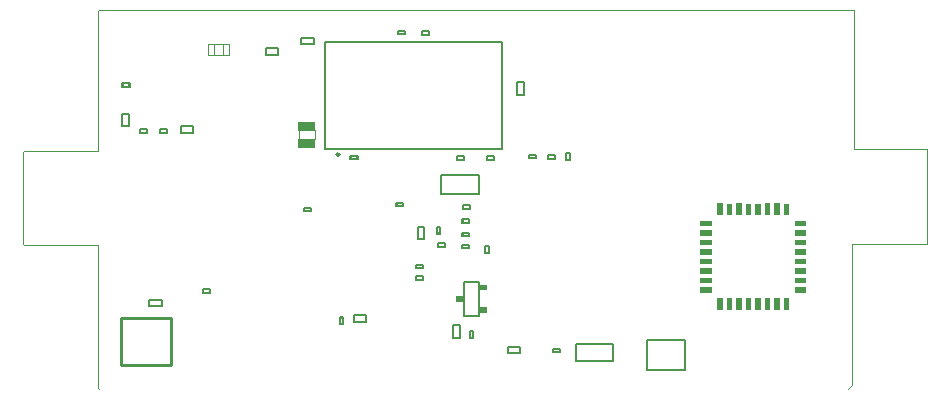
<source format=gbp>
G04 Layer_Color=128*
%FSLAX24Y24*%
%MOIN*%
G70*
G01*
G75*
%ADD40C,0.0060*%
%ADD41C,0.0100*%
%ADD45C,0.0080*%
%ADD46C,0.0094*%
%ADD47C,0.0050*%
%ADD48C,0.0040*%
%ADD49C,0.0010*%
%ADD50C,0.0000*%
G36*
X-14311Y4081D02*
X-14351D01*
Y4160D01*
X-14311D01*
Y4081D01*
D02*
G37*
G36*
X-14509D02*
X-14548D01*
Y4160D01*
X-14509D01*
Y4081D01*
D02*
G37*
G36*
X-4690Y4193D02*
X-5084D01*
Y4372D01*
X-4690D01*
Y4193D01*
D02*
G37*
G36*
Y4507D02*
X-5084D01*
Y4688D01*
X-4690D01*
Y4507D01*
D02*
G37*
G36*
X-1540Y4193D02*
X-1929D01*
Y4372D01*
X-1540D01*
Y4193D01*
D02*
G37*
G36*
X-14519Y3701D02*
X-14558D01*
Y3780D01*
X-14519D01*
Y3701D01*
D02*
G37*
G36*
X-1540Y3563D02*
X-1927D01*
Y3741D01*
X-1540D01*
Y3563D01*
D02*
G37*
G36*
X-14321Y3701D02*
X-14361D01*
Y3780D01*
X-14321D01*
Y3701D01*
D02*
G37*
G36*
X-1540Y3878D02*
X-1926D01*
Y4057D01*
X-1540D01*
Y3878D01*
D02*
G37*
G36*
X-4690D02*
X-5084D01*
Y4057D01*
X-4690D01*
Y3878D01*
D02*
G37*
G36*
X-1540Y4507D02*
X-1925D01*
Y4688D01*
X-1540D01*
Y4507D01*
D02*
G37*
G36*
X-4690Y4822D02*
X-5085D01*
Y5004D01*
X-4690D01*
Y4822D01*
D02*
G37*
G36*
X-13582Y4790D02*
X-13621D01*
Y4869D01*
X-13582D01*
Y4790D01*
D02*
G37*
G36*
X-1540Y4822D02*
X-1929D01*
Y5003D01*
X-1540D01*
Y4822D01*
D02*
G37*
G36*
Y5137D02*
X-1927D01*
Y5319D01*
X-1540D01*
Y5137D01*
D02*
G37*
G36*
X-4690D02*
X-5083D01*
Y5318D01*
X-4690D01*
Y5137D01*
D02*
G37*
G36*
X-12989Y4741D02*
X-13028D01*
Y4820D01*
X-12989D01*
Y4741D01*
D02*
G37*
G36*
X-12141Y4552D02*
X-12220D01*
Y4591D01*
X-12141D01*
Y4552D01*
D02*
G37*
G36*
X-12791Y4741D02*
X-12831D01*
Y4820D01*
X-12791D01*
Y4741D01*
D02*
G37*
G36*
X-13779Y4790D02*
X-13819D01*
Y4869D01*
X-13779D01*
Y4790D01*
D02*
G37*
G36*
X-12141Y4749D02*
X-12220D01*
Y4789D01*
X-12141D01*
Y4749D01*
D02*
G37*
G36*
X-4690Y3563D02*
X-5085D01*
Y3741D01*
X-4690D01*
Y3563D01*
D02*
G37*
G36*
X-12192Y2573D02*
X-12423D01*
Y2754D01*
X-12192D01*
Y2573D01*
D02*
G37*
G36*
X-17001Y2379D02*
X-17080D01*
Y2419D01*
X-17001D01*
Y2379D01*
D02*
G37*
G36*
X-4322Y2670D02*
X-4503D01*
Y3059D01*
X-4322D01*
Y2670D01*
D02*
G37*
G36*
X-3692D02*
X-3874D01*
Y3056D01*
X-3692D01*
Y2670D01*
D02*
G37*
G36*
X-4007D02*
X-4190D01*
Y3056D01*
X-4007D01*
Y2670D01*
D02*
G37*
G36*
X-9742Y1280D02*
X-9781D01*
Y1359D01*
X-9742D01*
Y1280D01*
D02*
G37*
G36*
X-9939Y1280D02*
X-9979D01*
Y1359D01*
X-9939D01*
Y1280D01*
D02*
G37*
G36*
X-12661Y1722D02*
X-12740D01*
Y1761D01*
X-12661D01*
Y1722D01*
D02*
G37*
G36*
X-17001Y2182D02*
X-17080D01*
Y2221D01*
X-17001D01*
Y2182D01*
D02*
G37*
G36*
X-12661Y1919D02*
X-12740D01*
Y1958D01*
X-12661D01*
Y1919D01*
D02*
G37*
G36*
X-3377Y2670D02*
X-3558D01*
Y3056D01*
X-3377D01*
Y2670D01*
D02*
G37*
G36*
X-1540Y3248D02*
X-1926D01*
Y3425D01*
X-1540D01*
Y3248D01*
D02*
G37*
G36*
X-4690D02*
X-5086D01*
Y3424D01*
X-4690D01*
Y3248D01*
D02*
G37*
G36*
X-21609Y3261D02*
X-21648D01*
Y3340D01*
X-21609D01*
Y3261D01*
D02*
G37*
G36*
X-12192Y3315D02*
X-12423D01*
Y3494D01*
X-12192D01*
Y3315D01*
D02*
G37*
G36*
X-21412Y3261D02*
X-21451D01*
Y3340D01*
X-21412D01*
Y3261D01*
D02*
G37*
G36*
X-2748Y2670D02*
X-2927D01*
Y3056D01*
X-2748D01*
Y2670D01*
D02*
G37*
G36*
X-3063D02*
X-3242D01*
Y3057D01*
X-3063D01*
Y2670D01*
D02*
G37*
G36*
X-2433D02*
X-2611D01*
Y3057D01*
X-2433D01*
Y2670D01*
D02*
G37*
G36*
X-12983Y2944D02*
X-12984D01*
Y2944D01*
X-12984D01*
Y2944D01*
X-12984D01*
Y2944D01*
X-12984D01*
Y2944D01*
X-12984D01*
Y2944D01*
X-13213D01*
Y2944D01*
Y2944D01*
Y2944D01*
Y3124D01*
X-12983D01*
Y2944D01*
D02*
G37*
G36*
X-2118Y2670D02*
X-2295D01*
Y3056D01*
X-2118D01*
Y2670D01*
D02*
G37*
G36*
X-12969Y5141D02*
X-13008D01*
Y5220D01*
X-12969D01*
Y5141D01*
D02*
G37*
G36*
X-9909Y7731D02*
X-9948D01*
Y7810D01*
X-9909D01*
Y7731D01*
D02*
G37*
G36*
X-10106D02*
X-10145D01*
Y7810D01*
X-10106D01*
Y7731D01*
D02*
G37*
G36*
X-10746Y7741D02*
X-10785D01*
Y7820D01*
X-10746D01*
Y7741D01*
D02*
G37*
G36*
X-17904Y8075D02*
X-18476D01*
Y8370D01*
X-17904D01*
Y8075D01*
D02*
G37*
G36*
X-10549Y7741D02*
X-10588D01*
Y7820D01*
X-10549D01*
Y7741D01*
D02*
G37*
G36*
X-12952Y7700D02*
X-12991D01*
Y7779D01*
X-12952D01*
Y7700D01*
D02*
G37*
G36*
X-12146Y7700D02*
X-12186D01*
Y7779D01*
X-12146D01*
Y7700D01*
D02*
G37*
G36*
X-11949Y7700D02*
X-11988D01*
Y7779D01*
X-11949D01*
Y7700D01*
D02*
G37*
G36*
X-16502Y7710D02*
X-16541D01*
Y7789D01*
X-16502D01*
Y7710D01*
D02*
G37*
G36*
X-16698Y7710D02*
X-16738D01*
Y7789D01*
X-16698D01*
Y7710D01*
D02*
G37*
G36*
X-23719Y8601D02*
X-23758D01*
Y8680D01*
X-23719D01*
Y8601D01*
D02*
G37*
G36*
X-14319Y11861D02*
X-14358D01*
Y11940D01*
X-14319D01*
Y11861D01*
D02*
G37*
G36*
X-24102Y10121D02*
X-24141D01*
Y10200D01*
X-24102D01*
Y10121D01*
D02*
G37*
G36*
X-14121Y11861D02*
X-14161D01*
Y11940D01*
X-14121D01*
Y11861D01*
D02*
G37*
G36*
X-14912Y11870D02*
X-14951D01*
Y11949D01*
X-14912D01*
Y11870D01*
D02*
G37*
G36*
X-15109Y11870D02*
X-15149D01*
Y11949D01*
X-15109D01*
Y11870D01*
D02*
G37*
G36*
X-23049Y8601D02*
X-23088D01*
Y8680D01*
X-23049D01*
Y8601D01*
D02*
G37*
G36*
X-23522D02*
X-23561D01*
Y8680D01*
X-23522D01*
Y8601D01*
D02*
G37*
G36*
X-22851D02*
X-22891D01*
Y8680D01*
X-22851D01*
Y8601D01*
D02*
G37*
G36*
X-24299Y10121D02*
X-24338D01*
Y10200D01*
X-24299D01*
Y10121D01*
D02*
G37*
G36*
X-17904Y8645D02*
X-18475D01*
Y8940D01*
X-17904D01*
Y8645D01*
D02*
G37*
G36*
X-13149Y7700D02*
X-13189D01*
Y7779D01*
X-13149D01*
Y7700D01*
D02*
G37*
G36*
X-12772Y5601D02*
X-12811D01*
Y5680D01*
X-12772D01*
Y5601D01*
D02*
G37*
G36*
X-12969D02*
X-13008D01*
Y5680D01*
X-12969D01*
Y5601D01*
D02*
G37*
G36*
X-4322Y5820D02*
X-4506D01*
Y6215D01*
X-4322D01*
Y5820D01*
D02*
G37*
G36*
X-3692D02*
X-3874D01*
Y6215D01*
X-3692D01*
Y5820D01*
D02*
G37*
G36*
X-4007D02*
X-4189D01*
Y6213D01*
X-4007D01*
Y5820D01*
D02*
G37*
G36*
X-13771Y5212D02*
X-13850D01*
Y5251D01*
X-13771D01*
Y5212D01*
D02*
G37*
G36*
X-12771Y5141D02*
X-12811D01*
Y5220D01*
X-12771D01*
Y5141D01*
D02*
G37*
G36*
X-13771Y5409D02*
X-13850D01*
Y5449D01*
X-13771D01*
Y5409D01*
D02*
G37*
G36*
X-1540Y5452D02*
X-1927D01*
Y5635D01*
X-1540D01*
Y5452D01*
D02*
G37*
G36*
X-4690D02*
X-5086D01*
Y5636D01*
X-4690D01*
Y5452D01*
D02*
G37*
G36*
X-3377Y5820D02*
X-3558D01*
Y6214D01*
X-3377D01*
Y5820D01*
D02*
G37*
G36*
X-12959Y6061D02*
X-12998D01*
Y6140D01*
X-12959D01*
Y6061D01*
D02*
G37*
G36*
X-18052Y5980D02*
X-18091D01*
Y6059D01*
X-18052D01*
Y5980D01*
D02*
G37*
G36*
X-12761Y6061D02*
X-12801D01*
Y6140D01*
X-12761D01*
Y6061D01*
D02*
G37*
G36*
X-14972Y6141D02*
X-15012D01*
Y6220D01*
X-14972D01*
Y6141D01*
D02*
G37*
G36*
X-15169D02*
X-15208D01*
Y6220D01*
X-15169D01*
Y6141D01*
D02*
G37*
G36*
X-2748Y5820D02*
X-2927D01*
Y6215D01*
X-2748D01*
Y5820D01*
D02*
G37*
G36*
X-3063D02*
X-3242D01*
Y6213D01*
X-3063D01*
Y5820D01*
D02*
G37*
G36*
X-2433D02*
X-2611D01*
Y6216D01*
X-2433D01*
Y5820D01*
D02*
G37*
G36*
X-18249Y5980D02*
X-18289D01*
Y6059D01*
X-18249D01*
Y5980D01*
D02*
G37*
G36*
X-2118Y5820D02*
X-2297D01*
Y6211D01*
X-2118D01*
Y5820D01*
D02*
G37*
D40*
X-12963Y2474D02*
Y3594D01*
Y2474D02*
X-12443D01*
Y3594D01*
X-12963D02*
X-12443D01*
D41*
X-24394Y2397D02*
X-22720D01*
X-24394Y823D02*
Y2397D01*
Y823D02*
X-22720D01*
Y2397D01*
D45*
X-9558Y7909D02*
X-9420D01*
X-9558Y7653D02*
Y7909D01*
Y7653D02*
X-9420D01*
Y7909D01*
D46*
X-17112Y7851D02*
G03*
X-17112Y7851I-47J0D01*
G01*
D47*
X-18379Y11520D02*
Y11740D01*
X-17961D01*
Y11520D02*
Y11740D01*
X-18379Y11520D02*
X-17961D01*
X-11170Y9831D02*
X-10950D01*
X-11170D02*
Y10249D01*
X-10950D01*
Y9831D02*
Y10249D01*
X-12772Y5581D02*
Y5699D01*
X-13008D02*
X-12772D01*
X-13008Y5581D02*
Y5699D01*
Y5581D02*
X-12772D01*
X-12759Y1958D02*
X-12641D01*
X-12759Y1722D02*
Y1958D01*
Y1722D02*
X-12641D01*
Y1958D01*
X-14490Y5438D02*
X-14270D01*
Y5021D02*
Y5438D01*
X-14490Y5021D02*
X-14270D01*
X-14490D02*
Y5438D01*
X-12792Y4721D02*
Y4839D01*
X-13028D02*
X-12792D01*
X-13028Y4721D02*
Y4839D01*
Y4721D02*
X-12792D01*
X-13008Y5121D02*
X-12772D01*
X-13008D02*
Y5239D01*
X-12772D01*
Y5121D02*
Y5239D01*
X-16981Y2182D02*
Y2418D01*
X-17099Y2182D02*
X-16981D01*
X-17099D02*
Y2418D01*
X-16981D01*
X-16629Y2490D02*
X-16212D01*
X-16629Y2270D02*
Y2490D01*
Y2270D02*
X-16212D01*
Y2490D01*
X-24102Y10101D02*
Y10219D01*
X-24338D02*
X-24102D01*
X-24338Y10101D02*
Y10219D01*
Y10101D02*
X-24102D01*
X-24340Y8791D02*
X-24120D01*
X-24340D02*
Y9209D01*
X-24120D01*
Y8791D02*
Y9209D01*
X-23088Y8581D02*
X-22852D01*
X-23088D02*
Y8699D01*
X-22852D01*
Y8581D02*
Y8699D01*
X-23758Y8581D02*
X-23522D01*
X-23758D02*
Y8699D01*
X-23522D01*
Y8581D02*
Y8699D01*
X-19558Y11170D02*
X-19141D01*
Y11390D01*
X-19558D02*
X-19141D01*
X-19558Y11170D02*
Y11390D01*
X-22399Y8790D02*
X-21981D01*
X-22399Y8570D02*
Y8790D01*
Y8570D02*
X-21981D01*
Y8790D01*
X-15148Y11969D02*
X-14912D01*
Y11851D02*
Y11969D01*
X-15148Y11851D02*
X-14912D01*
X-15148D02*
Y11969D01*
X-16738Y7691D02*
Y7809D01*
Y7691D02*
X-16502D01*
Y7809D01*
X-16738D02*
X-16502D01*
X-13188Y7681D02*
Y7799D01*
Y7681D02*
X-12952D01*
Y7799D01*
X-13188D02*
X-12952D01*
X-23448Y2790D02*
X-23031D01*
Y3010D01*
X-23448D02*
X-23031D01*
X-23448Y2790D02*
Y3010D01*
X-17593Y8048D02*
Y11592D01*
X-11687D01*
Y8048D02*
Y11592D01*
X-17593Y8048D02*
X-11687D01*
X-14358Y11841D02*
X-14122D01*
X-14358D02*
Y11959D01*
X-14122D01*
Y11841D02*
Y11959D01*
X-11498Y1220D02*
X-11081D01*
Y1440D01*
X-11498D02*
X-11081D01*
X-11498Y1220D02*
Y1440D01*
X-12185Y7799D02*
X-11949D01*
Y7681D02*
Y7799D01*
X-12185Y7681D02*
X-11949D01*
X-12185D02*
Y7799D01*
X-13751Y5212D02*
Y5448D01*
X-13869Y5212D02*
X-13751D01*
X-13869D02*
Y5448D01*
X-13751D01*
X-13320Y1741D02*
X-13100D01*
X-13320D02*
Y2159D01*
X-13100D01*
Y1741D02*
Y2159D01*
X-12762Y6041D02*
Y6159D01*
X-12998D02*
X-12762D01*
X-12998Y6041D02*
Y6159D01*
Y6041D02*
X-12762D01*
X-13818Y4771D02*
Y4889D01*
Y4771D02*
X-13582D01*
Y4889D01*
X-13818D02*
X-13582D01*
X-21412Y3241D02*
Y3359D01*
X-21648D02*
X-21412D01*
X-21648Y3241D02*
Y3359D01*
Y3241D02*
X-21412D01*
X-14558Y3681D02*
X-14322D01*
X-14558D02*
Y3799D01*
X-14322D01*
Y3681D02*
Y3799D01*
X-14548Y4061D02*
X-14312D01*
X-14548D02*
Y4179D01*
X-14312D01*
Y4061D02*
Y4179D01*
X-9978Y1261D02*
Y1379D01*
Y1261D02*
X-9742D01*
Y1379D01*
X-9978D02*
X-9742D01*
X-9909Y7711D02*
Y7829D01*
X-10145D02*
X-9909D01*
X-10145Y7711D02*
Y7829D01*
Y7711D02*
X-9909D01*
X-9232Y1545D02*
X-7972D01*
Y955D02*
Y1545D01*
X-9232Y955D02*
X-7972D01*
X-9232D02*
Y1545D01*
X-18288Y5961D02*
Y6079D01*
Y5961D02*
X-18052D01*
Y6079D01*
X-18288D02*
X-18052D01*
X-14972Y6121D02*
Y6239D01*
X-15208D02*
X-14972D01*
X-15208Y6121D02*
Y6239D01*
Y6121D02*
X-14972D01*
X-13715Y6525D02*
Y7155D01*
Y6525D02*
X-12455D01*
Y7155D01*
X-13715D02*
X-12455D01*
X-10785Y7721D02*
X-10549D01*
X-10785D02*
Y7839D01*
X-10549D01*
Y7721D02*
Y7839D01*
X-6840Y668D02*
X-5580D01*
X-6840D02*
Y1652D01*
X-5580D01*
Y668D02*
Y1652D01*
X-12239Y4788D02*
X-12121D01*
X-12239Y4552D02*
Y4788D01*
Y4552D02*
X-12121D01*
Y4788D01*
D48*
X-18450Y8360D02*
Y8650D01*
X-17930Y8360D02*
Y8660D01*
D49*
X-27610Y4820D02*
X-25160D01*
Y70D02*
Y4820D01*
X-10Y4870D02*
X2490D01*
Y8020D01*
X40D02*
X2490D01*
X40D02*
Y12670D01*
X-27660Y4870D02*
X-27610Y4820D01*
X-27660Y4870D02*
Y7930D01*
X-27620Y7970D01*
X-25190D01*
X-25160D01*
Y12620D01*
X-25110Y12670D02*
X40D01*
X-10Y170D02*
Y4870D01*
X-160Y20D02*
X-10Y170D01*
X-25160Y70D02*
X-25110Y20D01*
X-25160Y12620D02*
X-25110Y12670D01*
D50*
X-21290Y11160D02*
Y11540D01*
X-21480D02*
X-21290D01*
X-21480Y11160D02*
X-21290D01*
X-20990D02*
Y11540D01*
Y11160D02*
X-20800D01*
X-20990Y11540D02*
X-20800D01*
X-21290Y11160D02*
X-20990D01*
X-20800D02*
Y11540D01*
X-21290D02*
X-20990D01*
X-21480Y11160D02*
Y11540D01*
M02*

</source>
